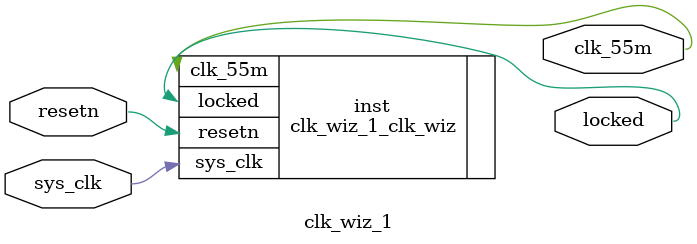
<source format=v>


`timescale 1ps/1ps

(* CORE_GENERATION_INFO = "clk_wiz_1,clk_wiz_v6_0_16_0_0,{component_name=clk_wiz_1,use_phase_alignment=true,use_min_o_jitter=false,use_max_i_jitter=false,use_dyn_phase_shift=false,use_inclk_switchover=false,use_dyn_reconfig=false,enable_axi=0,feedback_source=FDBK_AUTO,PRIMITIVE=PLL,num_out_clk=1,clkin1_period=20.000,clkin2_period=10.000,use_power_down=false,use_reset=true,use_locked=true,use_inclk_stopped=false,feedback_type=SINGLE,CLOCK_MGR_TYPE=NA,manual_override=false}" *)

module clk_wiz_1 
 (
  // Clock out ports
  output        clk_55m,
  // Status and control signals
  input         resetn,
  output        locked,
 // Clock in ports
  input         sys_clk
 );

  clk_wiz_1_clk_wiz inst
  (
  // Clock out ports  
  .clk_55m(clk_55m),
  // Status and control signals               
  .resetn(resetn), 
  .locked(locked),
 // Clock in ports
  .sys_clk(sys_clk)
  );

endmodule

</source>
